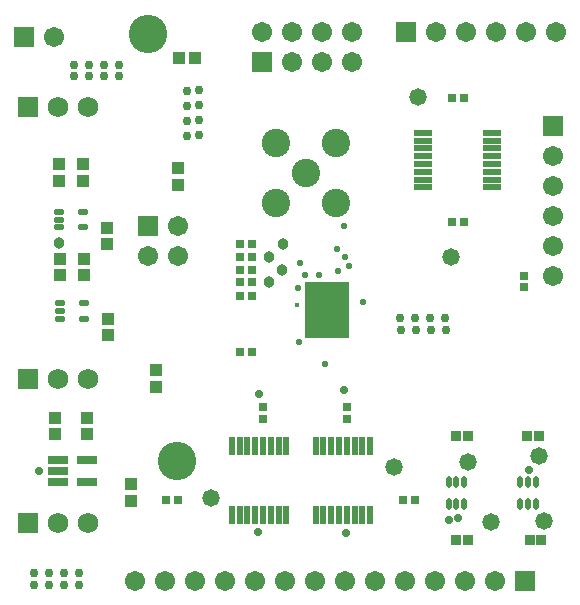
<source format=gts>
G04*
G04 #@! TF.GenerationSoftware,Altium Limited,Altium Designer,18.0.9 (584)*
G04*
G04 Layer_Color=8388736*
%FSAX24Y24*%
%MOIN*%
G70*
G01*
G75*
%ADD29R,0.1500X0.1900*%
%ADD30R,0.0660X0.0300*%
%ADD31R,0.0363X0.0363*%
%ADD32R,0.0277X0.0316*%
G04:AMPARAMS|DCode=33|XSize=20.5mil|YSize=30.4mil|CornerRadius=4.4mil|HoleSize=0mil|Usage=FLASHONLY|Rotation=90.000|XOffset=0mil|YOffset=0mil|HoleType=Round|Shape=RoundedRectangle|*
%AMROUNDEDRECTD33*
21,1,0.0205,0.0217,0,0,90.0*
21,1,0.0118,0.0304,0,0,90.0*
1,1,0.0087,0.0108,0.0059*
1,1,0.0087,0.0108,-0.0059*
1,1,0.0087,-0.0108,-0.0059*
1,1,0.0087,-0.0108,0.0059*
%
%ADD33ROUNDEDRECTD33*%
%ADD34R,0.0434X0.0395*%
%ADD35R,0.0110X0.0320*%
%ADD36R,0.0630X0.0210*%
%ADD37R,0.0210X0.0630*%
%ADD38R,0.0316X0.0277*%
G04:AMPARAMS|DCode=39|XSize=20.5mil|YSize=38.3mil|CornerRadius=6.3mil|HoleSize=0mil|Usage=FLASHONLY|Rotation=180.000|XOffset=0mil|YOffset=0mil|HoleType=Round|Shape=RoundedRectangle|*
%AMROUNDEDRECTD39*
21,1,0.0205,0.0256,0,0,180.0*
21,1,0.0079,0.0383,0,0,180.0*
1,1,0.0127,-0.0039,0.0128*
1,1,0.0127,0.0039,0.0128*
1,1,0.0127,0.0039,-0.0128*
1,1,0.0127,-0.0039,-0.0128*
%
%ADD39ROUNDEDRECTD39*%
%ADD40R,0.0395X0.0434*%
%ADD41R,0.0671X0.0671*%
%ADD42C,0.0671*%
%ADD43C,0.0946*%
%ADD44R,0.0671X0.0671*%
%ADD45C,0.0690*%
%ADD46R,0.0690X0.0690*%
%ADD47C,0.0280*%
%ADD48C,0.0580*%
%ADD49C,0.0230*%
%ADD50C,0.0300*%
%ADD51C,0.0380*%
%ADD52C,0.0170*%
%ADD53C,0.1280*%
D29*
X037917Y029803D02*
D03*
D30*
X028965Y024819D02*
D03*
Y024449D02*
D03*
Y024079D02*
D03*
X029905D02*
D03*
Y024819D02*
D03*
D31*
X044671Y022126D02*
D03*
X045065D02*
D03*
X042230D02*
D03*
X042624D02*
D03*
X044986Y025591D02*
D03*
X044592D02*
D03*
X042624D02*
D03*
X042230D02*
D03*
D32*
X038578Y026569D02*
D03*
Y026175D02*
D03*
X035784Y026570D02*
D03*
Y026176D02*
D03*
X044487Y030555D02*
D03*
Y030949D02*
D03*
D33*
X029791Y033074D02*
D03*
Y032562D02*
D03*
X028984D02*
D03*
Y032818D02*
D03*
Y033074D02*
D03*
X029810Y030026D02*
D03*
Y029515D02*
D03*
X029003D02*
D03*
Y029770D02*
D03*
Y030026D02*
D03*
D34*
X029821Y030967D02*
D03*
Y031518D02*
D03*
X029033Y030967D02*
D03*
Y031518D02*
D03*
X028844Y025669D02*
D03*
Y026220D02*
D03*
X029907Y025669D02*
D03*
Y026220D02*
D03*
X032230Y027244D02*
D03*
Y027795D02*
D03*
X030608Y028959D02*
D03*
Y029511D02*
D03*
X031400Y023450D02*
D03*
Y024001D02*
D03*
X032961Y034530D02*
D03*
Y033978D02*
D03*
X029781Y034668D02*
D03*
Y034117D02*
D03*
X030569Y031991D02*
D03*
Y032542D02*
D03*
X028994Y034117D02*
D03*
Y034668D02*
D03*
D35*
X037407Y029053D02*
D03*
X037467D02*
D03*
X037527D02*
D03*
X037587D02*
D03*
X037647D02*
D03*
X037707D02*
D03*
X037767D02*
D03*
X037827D02*
D03*
X037887D02*
D03*
X037947D02*
D03*
X038007D02*
D03*
X038067D02*
D03*
X038127D02*
D03*
X038187D02*
D03*
X038247D02*
D03*
X038307D02*
D03*
X038367D02*
D03*
X038427D02*
D03*
Y030553D02*
D03*
X038367D02*
D03*
X038307D02*
D03*
X038247D02*
D03*
X038187D02*
D03*
X038127D02*
D03*
X038067D02*
D03*
X038007D02*
D03*
X037947D02*
D03*
X037887D02*
D03*
X037827D02*
D03*
X037767D02*
D03*
X037707D02*
D03*
X037647D02*
D03*
X037587D02*
D03*
X037527D02*
D03*
X037467D02*
D03*
X037407D02*
D03*
D36*
X041119Y035713D02*
D03*
Y035453D02*
D03*
Y035193D02*
D03*
Y034933D02*
D03*
Y034673D02*
D03*
Y034413D02*
D03*
Y034153D02*
D03*
Y033893D02*
D03*
X043419D02*
D03*
Y034153D02*
D03*
Y034413D02*
D03*
Y034673D02*
D03*
Y034933D02*
D03*
Y035193D02*
D03*
Y035453D02*
D03*
Y035713D02*
D03*
D37*
X036564Y025284D02*
D03*
X036304D02*
D03*
X036044D02*
D03*
X035784D02*
D03*
X035524D02*
D03*
X035264D02*
D03*
X035004D02*
D03*
X034744D02*
D03*
Y022984D02*
D03*
X035004D02*
D03*
X035264D02*
D03*
X035524D02*
D03*
X035784D02*
D03*
X036044D02*
D03*
X036304D02*
D03*
X036564D02*
D03*
X039359D02*
D03*
X039099D02*
D03*
X038839D02*
D03*
X038579D02*
D03*
X038319D02*
D03*
X038059D02*
D03*
X037799D02*
D03*
X037539D02*
D03*
Y025284D02*
D03*
X037799D02*
D03*
X038059D02*
D03*
X038319D02*
D03*
X038579D02*
D03*
X038839D02*
D03*
X039099D02*
D03*
X039359D02*
D03*
D38*
X035021Y028410D02*
D03*
X035415D02*
D03*
X035025Y031989D02*
D03*
X035419D02*
D03*
X035021Y031563D02*
D03*
X035415D02*
D03*
X035027Y031142D02*
D03*
X035421D02*
D03*
X035023Y030269D02*
D03*
X035417D02*
D03*
X035021Y030730D02*
D03*
X035415D02*
D03*
X042088Y032751D02*
D03*
X042482D02*
D03*
X042088Y036869D02*
D03*
X042482D02*
D03*
X040466Y023473D02*
D03*
X040860D02*
D03*
X032941D02*
D03*
X032547D02*
D03*
D39*
X042486Y024075D02*
D03*
X042230D02*
D03*
X041974D02*
D03*
X042486Y023346D02*
D03*
X042230D02*
D03*
X041974D02*
D03*
X044868Y024075D02*
D03*
X044612D02*
D03*
X044356D02*
D03*
X044868Y023346D02*
D03*
X044612D02*
D03*
X044356D02*
D03*
D40*
X032978Y038189D02*
D03*
X033529D02*
D03*
D41*
X044506Y020787D02*
D03*
X040553Y039055D02*
D03*
X035757Y038055D02*
D03*
X027813Y038898D02*
D03*
D42*
X043506Y020787D02*
D03*
X042506D02*
D03*
X041506D02*
D03*
X040506D02*
D03*
X039506D02*
D03*
X038506D02*
D03*
X037506D02*
D03*
X036506D02*
D03*
X035506D02*
D03*
X034506D02*
D03*
X033506D02*
D03*
X032506D02*
D03*
X031506D02*
D03*
X045553Y039055D02*
D03*
X044553D02*
D03*
X043553D02*
D03*
X042553D02*
D03*
X041553D02*
D03*
X035757D02*
D03*
X036757Y038055D02*
D03*
Y039055D02*
D03*
X037757Y038055D02*
D03*
Y039055D02*
D03*
X038757Y038055D02*
D03*
Y039055D02*
D03*
X032949Y031598D02*
D03*
X031949D02*
D03*
X032949Y032598D02*
D03*
X045457Y034953D02*
D03*
Y033953D02*
D03*
Y032953D02*
D03*
Y031953D02*
D03*
Y030953D02*
D03*
X028813Y038898D02*
D03*
D43*
X036207Y035366D02*
D03*
X038207D02*
D03*
Y033366D02*
D03*
X036207D02*
D03*
X037207Y034366D02*
D03*
D44*
X031949Y032598D02*
D03*
X045457Y035953D02*
D03*
D45*
X029946Y027520D02*
D03*
X028946D02*
D03*
X029946Y022700D02*
D03*
X028946D02*
D03*
X029946Y036571D02*
D03*
X028946D02*
D03*
D46*
X027946Y027520D02*
D03*
Y022700D02*
D03*
Y036571D02*
D03*
D47*
X038534Y022381D02*
D03*
X044660Y024485D02*
D03*
X038485Y027141D02*
D03*
X028320Y024434D02*
D03*
X035652Y026996D02*
D03*
X035620Y022389D02*
D03*
X042284Y022885D02*
D03*
X041974Y022791D02*
D03*
D48*
X043399Y022740D02*
D03*
X044967Y024922D02*
D03*
X040934Y036894D02*
D03*
X042061Y031572D02*
D03*
X045153Y022755D02*
D03*
X034055Y023543D02*
D03*
X040160Y024571D02*
D03*
X042628Y024738D02*
D03*
D49*
X037660Y030985D02*
D03*
X037199Y030962D02*
D03*
X037016Y031385D02*
D03*
X038271Y031110D02*
D03*
X038508Y031573D02*
D03*
X038661Y031277D02*
D03*
X036948Y030528D02*
D03*
X036992Y028731D02*
D03*
X039125Y030059D02*
D03*
X037863Y028002D02*
D03*
X038476Y032618D02*
D03*
X038262Y031837D02*
D03*
D50*
X029642Y021038D02*
D03*
X029142D02*
D03*
X028642D02*
D03*
X028142D02*
D03*
X028151Y020643D02*
D03*
X028651D02*
D03*
X029151D02*
D03*
X029651D02*
D03*
X033264Y037120D02*
D03*
Y036620D02*
D03*
Y036120D02*
D03*
Y035620D02*
D03*
X033659Y035629D02*
D03*
Y036129D02*
D03*
Y036629D02*
D03*
Y037129D02*
D03*
X030984Y037984D02*
D03*
X030484D02*
D03*
X029984D02*
D03*
X029484D02*
D03*
X029493Y037589D02*
D03*
X029993D02*
D03*
X030493D02*
D03*
X030993D02*
D03*
X041870Y029139D02*
D03*
X041370D02*
D03*
X040870D02*
D03*
X040370D02*
D03*
X040361Y029534D02*
D03*
X040861D02*
D03*
X041361D02*
D03*
X041861D02*
D03*
D51*
X035970Y030737D02*
D03*
X035984Y031563D02*
D03*
X036436Y031989D02*
D03*
X036433Y031140D02*
D03*
X028974Y032051D02*
D03*
D52*
X036930Y029971D02*
D03*
D53*
X031945Y039017D02*
D03*
X032911Y024784D02*
D03*
M02*

</source>
